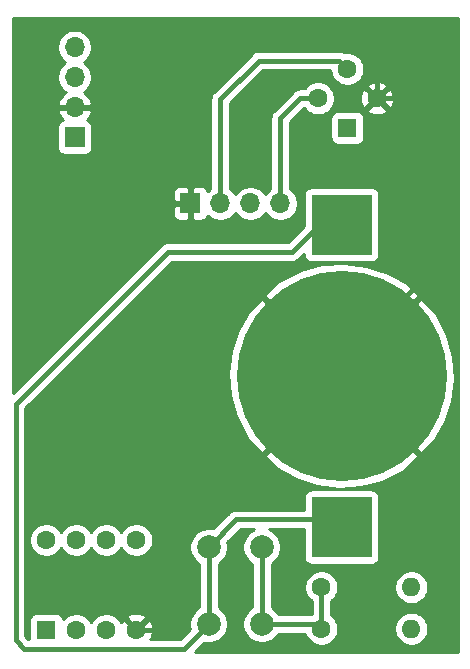
<source format=gbr>
G04 #@! TF.GenerationSoftware,KiCad,Pcbnew,(5.1.9)-1*
G04 #@! TF.CreationDate,2024-02-11T16:08:01+01:00*
G04 #@! TF.ProjectId,tiny_dt_0,74696e79-5f64-4745-9f30-2e6b69636164,rev?*
G04 #@! TF.SameCoordinates,Original*
G04 #@! TF.FileFunction,Copper,L2,Bot*
G04 #@! TF.FilePolarity,Positive*
%FSLAX46Y46*%
G04 Gerber Fmt 4.6, Leading zero omitted, Abs format (unit mm)*
G04 Created by KiCad (PCBNEW (5.1.9)-1) date 2024-02-11 16:08:01*
%MOMM*%
%LPD*%
G01*
G04 APERTURE LIST*
G04 #@! TA.AperFunction,ComponentPad*
%ADD10C,2.000000*%
G04 #@! TD*
G04 #@! TA.AperFunction,ComponentPad*
%ADD11C,1.600000*%
G04 #@! TD*
G04 #@! TA.AperFunction,ComponentPad*
%ADD12R,1.600000X1.600000*%
G04 #@! TD*
G04 #@! TA.AperFunction,ComponentPad*
%ADD13O,1.600000X1.600000*%
G04 #@! TD*
G04 #@! TA.AperFunction,ComponentPad*
%ADD14O,1.700000X1.700000*%
G04 #@! TD*
G04 #@! TA.AperFunction,ComponentPad*
%ADD15R,1.700000X1.700000*%
G04 #@! TD*
G04 #@! TA.AperFunction,SMDPad,CuDef*
%ADD16R,5.100000X5.100000*%
G04 #@! TD*
G04 #@! TA.AperFunction,SMDPad,CuDef*
%ADD17C,17.800000*%
G04 #@! TD*
G04 #@! TA.AperFunction,Conductor*
%ADD18C,0.406400*%
G04 #@! TD*
G04 #@! TA.AperFunction,Conductor*
%ADD19C,0.254000*%
G04 #@! TD*
G04 #@! TA.AperFunction,Conductor*
%ADD20C,0.100000*%
G04 #@! TD*
G04 APERTURE END LIST*
D10*
X200250000Y-99500000D03*
X204750000Y-99500000D03*
X200250000Y-106000000D03*
X204750000Y-106000000D03*
D11*
X214500000Y-61500000D03*
X212000000Y-59000000D03*
X209500000Y-61500000D03*
D12*
X212000000Y-64000000D03*
D11*
X186500000Y-98880000D03*
X189040000Y-98880000D03*
X191580000Y-98880000D03*
X194120000Y-98880000D03*
X194120000Y-106500000D03*
X191580000Y-106500000D03*
X189040000Y-106500000D03*
D12*
X186500000Y-106500000D03*
D13*
X217420000Y-102900000D03*
D11*
X209800000Y-102900000D03*
D13*
X217420000Y-106400000D03*
D11*
X209800000Y-106400000D03*
D14*
X188900000Y-57180000D03*
X188900000Y-59720000D03*
X188900000Y-62260000D03*
D15*
X188900000Y-64800000D03*
D14*
X206320000Y-70400000D03*
X203780000Y-70400000D03*
X201240000Y-70400000D03*
D15*
X198700000Y-70400000D03*
D16*
X211500000Y-72200000D03*
X211500000Y-97800000D03*
D17*
X211500000Y-85000000D03*
D18*
X211500000Y-85000000D02*
X201000000Y-95500000D01*
X201000000Y-95500000D02*
X197800000Y-95500000D01*
X197800000Y-95500000D02*
X197000000Y-96300000D01*
X197000000Y-96300000D02*
X197000000Y-105100000D01*
X195600000Y-106500000D02*
X194120000Y-106500000D01*
X197000000Y-105100000D02*
X195600000Y-106500000D01*
X211500000Y-85000000D02*
X211500000Y-83700000D01*
X211500000Y-83700000D02*
X218800000Y-76400000D01*
X218800000Y-76400000D02*
X218800000Y-64400000D01*
X215900000Y-61500000D02*
X214500000Y-61500000D01*
X218800000Y-64400000D02*
X215900000Y-61500000D01*
X214500000Y-61500000D02*
X214500000Y-57100000D01*
X214500000Y-57100000D02*
X213400000Y-56000000D01*
X213400000Y-56000000D02*
X199600000Y-56000000D01*
X199600000Y-56000000D02*
X193340000Y-62260000D01*
X198700000Y-70400000D02*
X196900000Y-70400000D01*
X193160000Y-66660000D02*
X193160000Y-62260000D01*
X196900000Y-70400000D02*
X193160000Y-66660000D01*
X193160000Y-62260000D02*
X188900000Y-62260000D01*
X193340000Y-62260000D02*
X193160000Y-62260000D01*
X204750000Y-99500000D02*
X204750000Y-106000000D01*
X209400000Y-106000000D02*
X209800000Y-106400000D01*
X204750000Y-106000000D02*
X209400000Y-106000000D01*
X209800000Y-102900000D02*
X209800000Y-106400000D01*
X201240000Y-70400000D02*
X201240000Y-61560000D01*
X201240000Y-61560000D02*
X204500000Y-58300000D01*
X211300000Y-58300000D02*
X212000000Y-59000000D01*
X204500000Y-58300000D02*
X211300000Y-58300000D01*
X209500000Y-61500000D02*
X208000000Y-61500000D01*
X206320000Y-63180000D02*
X206320000Y-70400000D01*
X208000000Y-61500000D02*
X206320000Y-63180000D01*
X200250000Y-106000000D02*
X200250000Y-99500000D01*
X200250000Y-99500000D02*
X202600000Y-97150000D01*
X210850000Y-97150000D02*
X211500000Y-97800000D01*
X202600000Y-97150000D02*
X210850000Y-97150000D01*
X211500000Y-72200000D02*
X210300000Y-72200000D01*
X211500000Y-72200000D02*
X209600000Y-72200000D01*
X209600000Y-72200000D02*
X207300000Y-74500000D01*
X207300000Y-74500000D02*
X196800000Y-74500000D01*
X196800000Y-74500000D02*
X183900000Y-87400000D01*
X183900000Y-87400000D02*
X183900000Y-107400000D01*
X183900000Y-107400000D02*
X184600000Y-108100000D01*
X198150000Y-108100000D02*
X200250000Y-106000000D01*
X184600000Y-108100000D02*
X198150000Y-108100000D01*
D19*
X221340001Y-108340000D02*
X199095393Y-108340000D01*
X199848271Y-107587123D01*
X200088967Y-107635000D01*
X200411033Y-107635000D01*
X200726912Y-107572168D01*
X201024463Y-107448918D01*
X201292252Y-107269987D01*
X201519987Y-107042252D01*
X201698918Y-106774463D01*
X201822168Y-106476912D01*
X201885000Y-106161033D01*
X201885000Y-105838967D01*
X201822168Y-105523088D01*
X201698918Y-105225537D01*
X201519987Y-104957748D01*
X201292252Y-104730013D01*
X201088200Y-104593670D01*
X201088200Y-100906330D01*
X201292252Y-100769987D01*
X201519987Y-100542252D01*
X201698918Y-100274463D01*
X201822168Y-99976912D01*
X201885000Y-99661033D01*
X201885000Y-99338967D01*
X201837123Y-99098271D01*
X202947194Y-97988200D01*
X204127347Y-97988200D01*
X203975537Y-98051082D01*
X203707748Y-98230013D01*
X203480013Y-98457748D01*
X203301082Y-98725537D01*
X203177832Y-99023088D01*
X203115000Y-99338967D01*
X203115000Y-99661033D01*
X203177832Y-99976912D01*
X203301082Y-100274463D01*
X203480013Y-100542252D01*
X203707748Y-100769987D01*
X203911800Y-100906330D01*
X203911801Y-104593669D01*
X203707748Y-104730013D01*
X203480013Y-104957748D01*
X203301082Y-105225537D01*
X203177832Y-105523088D01*
X203115000Y-105838967D01*
X203115000Y-106161033D01*
X203177832Y-106476912D01*
X203301082Y-106774463D01*
X203480013Y-107042252D01*
X203707748Y-107269987D01*
X203975537Y-107448918D01*
X204273088Y-107572168D01*
X204588967Y-107635000D01*
X204911033Y-107635000D01*
X205226912Y-107572168D01*
X205524463Y-107448918D01*
X205792252Y-107269987D01*
X206019987Y-107042252D01*
X206156330Y-106838200D01*
X208428276Y-106838200D01*
X208528320Y-107079727D01*
X208685363Y-107314759D01*
X208885241Y-107514637D01*
X209120273Y-107671680D01*
X209381426Y-107779853D01*
X209658665Y-107835000D01*
X209941335Y-107835000D01*
X210218574Y-107779853D01*
X210479727Y-107671680D01*
X210714759Y-107514637D01*
X210914637Y-107314759D01*
X211071680Y-107079727D01*
X211179853Y-106818574D01*
X211235000Y-106541335D01*
X211235000Y-106258665D01*
X215985000Y-106258665D01*
X215985000Y-106541335D01*
X216040147Y-106818574D01*
X216148320Y-107079727D01*
X216305363Y-107314759D01*
X216505241Y-107514637D01*
X216740273Y-107671680D01*
X217001426Y-107779853D01*
X217278665Y-107835000D01*
X217561335Y-107835000D01*
X217838574Y-107779853D01*
X218099727Y-107671680D01*
X218334759Y-107514637D01*
X218534637Y-107314759D01*
X218691680Y-107079727D01*
X218799853Y-106818574D01*
X218855000Y-106541335D01*
X218855000Y-106258665D01*
X218799853Y-105981426D01*
X218691680Y-105720273D01*
X218534637Y-105485241D01*
X218334759Y-105285363D01*
X218099727Y-105128320D01*
X217838574Y-105020147D01*
X217561335Y-104965000D01*
X217278665Y-104965000D01*
X217001426Y-105020147D01*
X216740273Y-105128320D01*
X216505241Y-105285363D01*
X216305363Y-105485241D01*
X216148320Y-105720273D01*
X216040147Y-105981426D01*
X215985000Y-106258665D01*
X211235000Y-106258665D01*
X211179853Y-105981426D01*
X211071680Y-105720273D01*
X210914637Y-105485241D01*
X210714759Y-105285363D01*
X210638200Y-105234208D01*
X210638200Y-104065792D01*
X210714759Y-104014637D01*
X210914637Y-103814759D01*
X211071680Y-103579727D01*
X211179853Y-103318574D01*
X211235000Y-103041335D01*
X211235000Y-102758665D01*
X215985000Y-102758665D01*
X215985000Y-103041335D01*
X216040147Y-103318574D01*
X216148320Y-103579727D01*
X216305363Y-103814759D01*
X216505241Y-104014637D01*
X216740273Y-104171680D01*
X217001426Y-104279853D01*
X217278665Y-104335000D01*
X217561335Y-104335000D01*
X217838574Y-104279853D01*
X218099727Y-104171680D01*
X218334759Y-104014637D01*
X218534637Y-103814759D01*
X218691680Y-103579727D01*
X218799853Y-103318574D01*
X218855000Y-103041335D01*
X218855000Y-102758665D01*
X218799853Y-102481426D01*
X218691680Y-102220273D01*
X218534637Y-101985241D01*
X218334759Y-101785363D01*
X218099727Y-101628320D01*
X217838574Y-101520147D01*
X217561335Y-101465000D01*
X217278665Y-101465000D01*
X217001426Y-101520147D01*
X216740273Y-101628320D01*
X216505241Y-101785363D01*
X216305363Y-101985241D01*
X216148320Y-102220273D01*
X216040147Y-102481426D01*
X215985000Y-102758665D01*
X211235000Y-102758665D01*
X211179853Y-102481426D01*
X211071680Y-102220273D01*
X210914637Y-101985241D01*
X210714759Y-101785363D01*
X210479727Y-101628320D01*
X210218574Y-101520147D01*
X209941335Y-101465000D01*
X209658665Y-101465000D01*
X209381426Y-101520147D01*
X209120273Y-101628320D01*
X208885241Y-101785363D01*
X208685363Y-101985241D01*
X208528320Y-102220273D01*
X208420147Y-102481426D01*
X208365000Y-102758665D01*
X208365000Y-103041335D01*
X208420147Y-103318574D01*
X208528320Y-103579727D01*
X208685363Y-103814759D01*
X208885241Y-104014637D01*
X208961800Y-104065792D01*
X208961801Y-105161800D01*
X206156330Y-105161800D01*
X206019987Y-104957748D01*
X205792252Y-104730013D01*
X205588200Y-104593670D01*
X205588200Y-100906330D01*
X205792252Y-100769987D01*
X206019987Y-100542252D01*
X206198918Y-100274463D01*
X206322168Y-99976912D01*
X206385000Y-99661033D01*
X206385000Y-99338967D01*
X206322168Y-99023088D01*
X206198918Y-98725537D01*
X206019987Y-98457748D01*
X205792252Y-98230013D01*
X205524463Y-98051082D01*
X205372653Y-97988200D01*
X208311928Y-97988200D01*
X208311928Y-100350000D01*
X208324188Y-100474482D01*
X208360498Y-100594180D01*
X208419463Y-100704494D01*
X208498815Y-100801185D01*
X208595506Y-100880537D01*
X208705820Y-100939502D01*
X208825518Y-100975812D01*
X208950000Y-100988072D01*
X214050000Y-100988072D01*
X214174482Y-100975812D01*
X214294180Y-100939502D01*
X214404494Y-100880537D01*
X214501185Y-100801185D01*
X214580537Y-100704494D01*
X214639502Y-100594180D01*
X214675812Y-100474482D01*
X214688072Y-100350000D01*
X214688072Y-95250000D01*
X214675812Y-95125518D01*
X214639502Y-95005820D01*
X214580537Y-94895506D01*
X214501185Y-94798815D01*
X214404494Y-94719463D01*
X214294180Y-94660498D01*
X214174482Y-94624188D01*
X214050000Y-94611928D01*
X208950000Y-94611928D01*
X208825518Y-94624188D01*
X208705820Y-94660498D01*
X208595506Y-94719463D01*
X208498815Y-94798815D01*
X208419463Y-94895506D01*
X208360498Y-95005820D01*
X208324188Y-95125518D01*
X208311928Y-95250000D01*
X208311928Y-96311800D01*
X202641163Y-96311800D01*
X202600000Y-96307746D01*
X202558837Y-96311800D01*
X202558830Y-96311800D01*
X202435684Y-96323929D01*
X202277683Y-96371858D01*
X202132068Y-96449691D01*
X202004436Y-96554436D01*
X201978194Y-96586412D01*
X200651729Y-97912877D01*
X200411033Y-97865000D01*
X200088967Y-97865000D01*
X199773088Y-97927832D01*
X199475537Y-98051082D01*
X199207748Y-98230013D01*
X198980013Y-98457748D01*
X198801082Y-98725537D01*
X198677832Y-99023088D01*
X198615000Y-99338967D01*
X198615000Y-99661033D01*
X198677832Y-99976912D01*
X198801082Y-100274463D01*
X198980013Y-100542252D01*
X199207748Y-100769987D01*
X199411801Y-100906331D01*
X199411800Y-104593670D01*
X199207748Y-104730013D01*
X198980013Y-104957748D01*
X198801082Y-105225537D01*
X198677832Y-105523088D01*
X198615000Y-105838967D01*
X198615000Y-106161033D01*
X198662877Y-106401729D01*
X197802807Y-107261800D01*
X195287532Y-107261800D01*
X195356671Y-107241514D01*
X195477571Y-106986004D01*
X195546300Y-106711816D01*
X195560217Y-106429488D01*
X195518787Y-106149870D01*
X195423603Y-105883708D01*
X195356671Y-105758486D01*
X195112702Y-105686903D01*
X194299605Y-106500000D01*
X194313748Y-106514143D01*
X194134143Y-106693748D01*
X194120000Y-106679605D01*
X194105858Y-106693748D01*
X193926253Y-106514143D01*
X193940395Y-106500000D01*
X193127298Y-105686903D01*
X192883329Y-105758486D01*
X192852806Y-105822992D01*
X192851680Y-105820273D01*
X192694637Y-105585241D01*
X192616694Y-105507298D01*
X193306903Y-105507298D01*
X194120000Y-106320395D01*
X194933097Y-105507298D01*
X194861514Y-105263329D01*
X194606004Y-105142429D01*
X194331816Y-105073700D01*
X194049488Y-105059783D01*
X193769870Y-105101213D01*
X193503708Y-105196397D01*
X193378486Y-105263329D01*
X193306903Y-105507298D01*
X192616694Y-105507298D01*
X192494759Y-105385363D01*
X192259727Y-105228320D01*
X191998574Y-105120147D01*
X191721335Y-105065000D01*
X191438665Y-105065000D01*
X191161426Y-105120147D01*
X190900273Y-105228320D01*
X190665241Y-105385363D01*
X190465363Y-105585241D01*
X190310000Y-105817759D01*
X190154637Y-105585241D01*
X189954759Y-105385363D01*
X189719727Y-105228320D01*
X189458574Y-105120147D01*
X189181335Y-105065000D01*
X188898665Y-105065000D01*
X188621426Y-105120147D01*
X188360273Y-105228320D01*
X188125241Y-105385363D01*
X187926643Y-105583961D01*
X187925812Y-105575518D01*
X187889502Y-105455820D01*
X187830537Y-105345506D01*
X187751185Y-105248815D01*
X187654494Y-105169463D01*
X187544180Y-105110498D01*
X187424482Y-105074188D01*
X187300000Y-105061928D01*
X185700000Y-105061928D01*
X185575518Y-105074188D01*
X185455820Y-105110498D01*
X185345506Y-105169463D01*
X185248815Y-105248815D01*
X185169463Y-105345506D01*
X185110498Y-105455820D01*
X185074188Y-105575518D01*
X185061928Y-105700000D01*
X185061928Y-107261800D01*
X184947194Y-107261800D01*
X184738200Y-107052807D01*
X184738200Y-98738665D01*
X185065000Y-98738665D01*
X185065000Y-99021335D01*
X185120147Y-99298574D01*
X185228320Y-99559727D01*
X185385363Y-99794759D01*
X185585241Y-99994637D01*
X185820273Y-100151680D01*
X186081426Y-100259853D01*
X186358665Y-100315000D01*
X186641335Y-100315000D01*
X186918574Y-100259853D01*
X187179727Y-100151680D01*
X187414759Y-99994637D01*
X187614637Y-99794759D01*
X187770000Y-99562241D01*
X187925363Y-99794759D01*
X188125241Y-99994637D01*
X188360273Y-100151680D01*
X188621426Y-100259853D01*
X188898665Y-100315000D01*
X189181335Y-100315000D01*
X189458574Y-100259853D01*
X189719727Y-100151680D01*
X189954759Y-99994637D01*
X190154637Y-99794759D01*
X190310000Y-99562241D01*
X190465363Y-99794759D01*
X190665241Y-99994637D01*
X190900273Y-100151680D01*
X191161426Y-100259853D01*
X191438665Y-100315000D01*
X191721335Y-100315000D01*
X191998574Y-100259853D01*
X192259727Y-100151680D01*
X192494759Y-99994637D01*
X192694637Y-99794759D01*
X192850000Y-99562241D01*
X193005363Y-99794759D01*
X193205241Y-99994637D01*
X193440273Y-100151680D01*
X193701426Y-100259853D01*
X193978665Y-100315000D01*
X194261335Y-100315000D01*
X194538574Y-100259853D01*
X194799727Y-100151680D01*
X195034759Y-99994637D01*
X195234637Y-99794759D01*
X195391680Y-99559727D01*
X195499853Y-99298574D01*
X195555000Y-99021335D01*
X195555000Y-98738665D01*
X195499853Y-98461426D01*
X195391680Y-98200273D01*
X195234637Y-97965241D01*
X195034759Y-97765363D01*
X194799727Y-97608320D01*
X194538574Y-97500147D01*
X194261335Y-97445000D01*
X193978665Y-97445000D01*
X193701426Y-97500147D01*
X193440273Y-97608320D01*
X193205241Y-97765363D01*
X193005363Y-97965241D01*
X192850000Y-98197759D01*
X192694637Y-97965241D01*
X192494759Y-97765363D01*
X192259727Y-97608320D01*
X191998574Y-97500147D01*
X191721335Y-97445000D01*
X191438665Y-97445000D01*
X191161426Y-97500147D01*
X190900273Y-97608320D01*
X190665241Y-97765363D01*
X190465363Y-97965241D01*
X190310000Y-98197759D01*
X190154637Y-97965241D01*
X189954759Y-97765363D01*
X189719727Y-97608320D01*
X189458574Y-97500147D01*
X189181335Y-97445000D01*
X188898665Y-97445000D01*
X188621426Y-97500147D01*
X188360273Y-97608320D01*
X188125241Y-97765363D01*
X187925363Y-97965241D01*
X187770000Y-98197759D01*
X187614637Y-97965241D01*
X187414759Y-97765363D01*
X187179727Y-97608320D01*
X186918574Y-97500147D01*
X186641335Y-97445000D01*
X186358665Y-97445000D01*
X186081426Y-97500147D01*
X185820273Y-97608320D01*
X185585241Y-97765363D01*
X185385363Y-97965241D01*
X185228320Y-98200273D01*
X185120147Y-98461426D01*
X185065000Y-98738665D01*
X184738200Y-98738665D01*
X184738200Y-91751830D01*
X204927775Y-91751830D01*
X205971590Y-92825270D01*
X207604451Y-93753449D01*
X209387016Y-94345238D01*
X211250782Y-94577894D01*
X213124125Y-94442478D01*
X214935054Y-93944192D01*
X216613976Y-93102186D01*
X217028410Y-92825270D01*
X218072225Y-91751830D01*
X211500000Y-85179605D01*
X204927775Y-91751830D01*
X184738200Y-91751830D01*
X184738200Y-87747193D01*
X187734611Y-84750782D01*
X201922106Y-84750782D01*
X202057522Y-86624125D01*
X202555808Y-88435054D01*
X203397814Y-90113976D01*
X203674730Y-90528410D01*
X204748170Y-91572225D01*
X211320395Y-85000000D01*
X211679605Y-85000000D01*
X218251830Y-91572225D01*
X219325270Y-90528410D01*
X220253449Y-88895549D01*
X220845238Y-87112984D01*
X221077894Y-85249218D01*
X220942478Y-83375875D01*
X220444192Y-81564946D01*
X219602186Y-79886024D01*
X219325270Y-79471590D01*
X218251830Y-78427775D01*
X211679605Y-85000000D01*
X211320395Y-85000000D01*
X204748170Y-78427775D01*
X203674730Y-79471590D01*
X202746551Y-81104451D01*
X202154762Y-82887016D01*
X201922106Y-84750782D01*
X187734611Y-84750782D01*
X194237223Y-78248170D01*
X204927775Y-78248170D01*
X211500000Y-84820395D01*
X218072225Y-78248170D01*
X217028410Y-77174730D01*
X215395549Y-76246551D01*
X213612984Y-75654762D01*
X211749218Y-75422106D01*
X209875875Y-75557522D01*
X208064946Y-76055808D01*
X206386024Y-76897814D01*
X205971590Y-77174730D01*
X204927775Y-78248170D01*
X194237223Y-78248170D01*
X197147194Y-75338200D01*
X207258837Y-75338200D01*
X207300000Y-75342254D01*
X207341163Y-75338200D01*
X207341170Y-75338200D01*
X207464316Y-75326071D01*
X207622317Y-75278142D01*
X207767932Y-75200309D01*
X207895564Y-75095564D01*
X207921811Y-75063582D01*
X208311928Y-74673465D01*
X208311928Y-74750000D01*
X208324188Y-74874482D01*
X208360498Y-74994180D01*
X208419463Y-75104494D01*
X208498815Y-75201185D01*
X208595506Y-75280537D01*
X208705820Y-75339502D01*
X208825518Y-75375812D01*
X208950000Y-75388072D01*
X214050000Y-75388072D01*
X214174482Y-75375812D01*
X214294180Y-75339502D01*
X214404494Y-75280537D01*
X214501185Y-75201185D01*
X214580537Y-75104494D01*
X214639502Y-74994180D01*
X214675812Y-74874482D01*
X214688072Y-74750000D01*
X214688072Y-69650000D01*
X214675812Y-69525518D01*
X214639502Y-69405820D01*
X214580537Y-69295506D01*
X214501185Y-69198815D01*
X214404494Y-69119463D01*
X214294180Y-69060498D01*
X214174482Y-69024188D01*
X214050000Y-69011928D01*
X208950000Y-69011928D01*
X208825518Y-69024188D01*
X208705820Y-69060498D01*
X208595506Y-69119463D01*
X208498815Y-69198815D01*
X208419463Y-69295506D01*
X208360498Y-69405820D01*
X208324188Y-69525518D01*
X208311928Y-69650000D01*
X208311928Y-72302678D01*
X206952807Y-73661800D01*
X196841163Y-73661800D01*
X196800000Y-73657746D01*
X196758837Y-73661800D01*
X196758830Y-73661800D01*
X196635684Y-73673929D01*
X196477683Y-73721858D01*
X196332068Y-73799691D01*
X196204436Y-73904436D01*
X196178194Y-73936412D01*
X183660000Y-86454607D01*
X183660000Y-71250000D01*
X197211928Y-71250000D01*
X197224188Y-71374482D01*
X197260498Y-71494180D01*
X197319463Y-71604494D01*
X197398815Y-71701185D01*
X197495506Y-71780537D01*
X197605820Y-71839502D01*
X197725518Y-71875812D01*
X197850000Y-71888072D01*
X198414250Y-71885000D01*
X198573000Y-71726250D01*
X198573000Y-70527000D01*
X197373750Y-70527000D01*
X197215000Y-70685750D01*
X197211928Y-71250000D01*
X183660000Y-71250000D01*
X183660000Y-69550000D01*
X197211928Y-69550000D01*
X197215000Y-70114250D01*
X197373750Y-70273000D01*
X198573000Y-70273000D01*
X198573000Y-69073750D01*
X198827000Y-69073750D01*
X198827000Y-70273000D01*
X198847000Y-70273000D01*
X198847000Y-70527000D01*
X198827000Y-70527000D01*
X198827000Y-71726250D01*
X198985750Y-71885000D01*
X199550000Y-71888072D01*
X199674482Y-71875812D01*
X199794180Y-71839502D01*
X199904494Y-71780537D01*
X200001185Y-71701185D01*
X200080537Y-71604494D01*
X200139502Y-71494180D01*
X200161513Y-71421620D01*
X200293368Y-71553475D01*
X200536589Y-71715990D01*
X200806842Y-71827932D01*
X201093740Y-71885000D01*
X201386260Y-71885000D01*
X201673158Y-71827932D01*
X201943411Y-71715990D01*
X202186632Y-71553475D01*
X202393475Y-71346632D01*
X202510000Y-71172240D01*
X202626525Y-71346632D01*
X202833368Y-71553475D01*
X203076589Y-71715990D01*
X203346842Y-71827932D01*
X203633740Y-71885000D01*
X203926260Y-71885000D01*
X204213158Y-71827932D01*
X204483411Y-71715990D01*
X204726632Y-71553475D01*
X204933475Y-71346632D01*
X205050000Y-71172240D01*
X205166525Y-71346632D01*
X205373368Y-71553475D01*
X205616589Y-71715990D01*
X205886842Y-71827932D01*
X206173740Y-71885000D01*
X206466260Y-71885000D01*
X206753158Y-71827932D01*
X207023411Y-71715990D01*
X207266632Y-71553475D01*
X207473475Y-71346632D01*
X207635990Y-71103411D01*
X207747932Y-70833158D01*
X207805000Y-70546260D01*
X207805000Y-70253740D01*
X207747932Y-69966842D01*
X207635990Y-69696589D01*
X207473475Y-69453368D01*
X207266632Y-69246525D01*
X207158200Y-69174073D01*
X207158200Y-63527193D01*
X207485393Y-63200000D01*
X210561928Y-63200000D01*
X210561928Y-64800000D01*
X210574188Y-64924482D01*
X210610498Y-65044180D01*
X210669463Y-65154494D01*
X210748815Y-65251185D01*
X210845506Y-65330537D01*
X210955820Y-65389502D01*
X211075518Y-65425812D01*
X211200000Y-65438072D01*
X212800000Y-65438072D01*
X212924482Y-65425812D01*
X213044180Y-65389502D01*
X213154494Y-65330537D01*
X213251185Y-65251185D01*
X213330537Y-65154494D01*
X213389502Y-65044180D01*
X213425812Y-64924482D01*
X213438072Y-64800000D01*
X213438072Y-63200000D01*
X213425812Y-63075518D01*
X213389502Y-62955820D01*
X213330537Y-62845506D01*
X213251185Y-62748815D01*
X213154494Y-62669463D01*
X213044180Y-62610498D01*
X212924482Y-62574188D01*
X212800000Y-62561928D01*
X211200000Y-62561928D01*
X211075518Y-62574188D01*
X210955820Y-62610498D01*
X210845506Y-62669463D01*
X210748815Y-62748815D01*
X210669463Y-62845506D01*
X210610498Y-62955820D01*
X210574188Y-63075518D01*
X210561928Y-63200000D01*
X207485393Y-63200000D01*
X208339409Y-62345984D01*
X208385363Y-62414759D01*
X208585241Y-62614637D01*
X208820273Y-62771680D01*
X209081426Y-62879853D01*
X209358665Y-62935000D01*
X209641335Y-62935000D01*
X209918574Y-62879853D01*
X210179727Y-62771680D01*
X210414759Y-62614637D01*
X210536694Y-62492702D01*
X213686903Y-62492702D01*
X213758486Y-62736671D01*
X214013996Y-62857571D01*
X214288184Y-62926300D01*
X214570512Y-62940217D01*
X214850130Y-62898787D01*
X215116292Y-62803603D01*
X215241514Y-62736671D01*
X215313097Y-62492702D01*
X214500000Y-61679605D01*
X213686903Y-62492702D01*
X210536694Y-62492702D01*
X210614637Y-62414759D01*
X210771680Y-62179727D01*
X210879853Y-61918574D01*
X210935000Y-61641335D01*
X210935000Y-61570512D01*
X213059783Y-61570512D01*
X213101213Y-61850130D01*
X213196397Y-62116292D01*
X213263329Y-62241514D01*
X213507298Y-62313097D01*
X214320395Y-61500000D01*
X214679605Y-61500000D01*
X215492702Y-62313097D01*
X215736671Y-62241514D01*
X215857571Y-61986004D01*
X215926300Y-61711816D01*
X215940217Y-61429488D01*
X215898787Y-61149870D01*
X215803603Y-60883708D01*
X215736671Y-60758486D01*
X215492702Y-60686903D01*
X214679605Y-61500000D01*
X214320395Y-61500000D01*
X213507298Y-60686903D01*
X213263329Y-60758486D01*
X213142429Y-61013996D01*
X213073700Y-61288184D01*
X213059783Y-61570512D01*
X210935000Y-61570512D01*
X210935000Y-61358665D01*
X210879853Y-61081426D01*
X210771680Y-60820273D01*
X210614637Y-60585241D01*
X210536694Y-60507298D01*
X213686903Y-60507298D01*
X214500000Y-61320395D01*
X215313097Y-60507298D01*
X215241514Y-60263329D01*
X214986004Y-60142429D01*
X214711816Y-60073700D01*
X214429488Y-60059783D01*
X214149870Y-60101213D01*
X213883708Y-60196397D01*
X213758486Y-60263329D01*
X213686903Y-60507298D01*
X210536694Y-60507298D01*
X210414759Y-60385363D01*
X210179727Y-60228320D01*
X209918574Y-60120147D01*
X209641335Y-60065000D01*
X209358665Y-60065000D01*
X209081426Y-60120147D01*
X208820273Y-60228320D01*
X208585241Y-60385363D01*
X208385363Y-60585241D01*
X208334208Y-60661800D01*
X208041163Y-60661800D01*
X208000000Y-60657746D01*
X207958837Y-60661800D01*
X207958830Y-60661800D01*
X207835684Y-60673929D01*
X207677683Y-60721858D01*
X207532068Y-60799691D01*
X207404436Y-60904436D01*
X207378194Y-60936413D01*
X205756418Y-62558189D01*
X205724436Y-62584436D01*
X205619691Y-62712069D01*
X205541858Y-62857684D01*
X205493929Y-63015685D01*
X205481800Y-63138831D01*
X205481800Y-63138837D01*
X205477746Y-63180000D01*
X205481800Y-63221163D01*
X205481801Y-69174073D01*
X205373368Y-69246525D01*
X205166525Y-69453368D01*
X205050000Y-69627760D01*
X204933475Y-69453368D01*
X204726632Y-69246525D01*
X204483411Y-69084010D01*
X204213158Y-68972068D01*
X203926260Y-68915000D01*
X203633740Y-68915000D01*
X203346842Y-68972068D01*
X203076589Y-69084010D01*
X202833368Y-69246525D01*
X202626525Y-69453368D01*
X202510000Y-69627760D01*
X202393475Y-69453368D01*
X202186632Y-69246525D01*
X202078200Y-69174073D01*
X202078200Y-61907193D01*
X204847194Y-59138200D01*
X210565000Y-59138200D01*
X210565000Y-59141335D01*
X210620147Y-59418574D01*
X210728320Y-59679727D01*
X210885363Y-59914759D01*
X211085241Y-60114637D01*
X211320273Y-60271680D01*
X211581426Y-60379853D01*
X211858665Y-60435000D01*
X212141335Y-60435000D01*
X212418574Y-60379853D01*
X212679727Y-60271680D01*
X212914759Y-60114637D01*
X213114637Y-59914759D01*
X213271680Y-59679727D01*
X213379853Y-59418574D01*
X213435000Y-59141335D01*
X213435000Y-58858665D01*
X213379853Y-58581426D01*
X213271680Y-58320273D01*
X213114637Y-58085241D01*
X212914759Y-57885363D01*
X212679727Y-57728320D01*
X212418574Y-57620147D01*
X212141335Y-57565000D01*
X211858665Y-57565000D01*
X211745240Y-57587562D01*
X211622317Y-57521858D01*
X211464316Y-57473929D01*
X211341170Y-57461800D01*
X211341163Y-57461800D01*
X211300000Y-57457746D01*
X211258837Y-57461800D01*
X204541159Y-57461800D01*
X204499999Y-57457746D01*
X204458839Y-57461800D01*
X204458830Y-57461800D01*
X204335684Y-57473929D01*
X204177683Y-57521858D01*
X204032068Y-57599691D01*
X203904436Y-57704436D01*
X203878194Y-57736412D01*
X200676413Y-60938194D01*
X200644437Y-60964436D01*
X200618195Y-60996412D01*
X200618192Y-60996415D01*
X200539691Y-61092069D01*
X200461858Y-61237684D01*
X200413929Y-61395685D01*
X200397746Y-61560000D01*
X200401801Y-61601173D01*
X200401800Y-69174073D01*
X200293368Y-69246525D01*
X200161513Y-69378380D01*
X200139502Y-69305820D01*
X200080537Y-69195506D01*
X200001185Y-69098815D01*
X199904494Y-69019463D01*
X199794180Y-68960498D01*
X199674482Y-68924188D01*
X199550000Y-68911928D01*
X198985750Y-68915000D01*
X198827000Y-69073750D01*
X198573000Y-69073750D01*
X198414250Y-68915000D01*
X197850000Y-68911928D01*
X197725518Y-68924188D01*
X197605820Y-68960498D01*
X197495506Y-69019463D01*
X197398815Y-69098815D01*
X197319463Y-69195506D01*
X197260498Y-69305820D01*
X197224188Y-69425518D01*
X197211928Y-69550000D01*
X183660000Y-69550000D01*
X183660000Y-63950000D01*
X187411928Y-63950000D01*
X187411928Y-65650000D01*
X187424188Y-65774482D01*
X187460498Y-65894180D01*
X187519463Y-66004494D01*
X187598815Y-66101185D01*
X187695506Y-66180537D01*
X187805820Y-66239502D01*
X187925518Y-66275812D01*
X188050000Y-66288072D01*
X189750000Y-66288072D01*
X189874482Y-66275812D01*
X189994180Y-66239502D01*
X190104494Y-66180537D01*
X190201185Y-66101185D01*
X190280537Y-66004494D01*
X190339502Y-65894180D01*
X190375812Y-65774482D01*
X190388072Y-65650000D01*
X190388072Y-63950000D01*
X190375812Y-63825518D01*
X190339502Y-63705820D01*
X190280537Y-63595506D01*
X190201185Y-63498815D01*
X190104494Y-63419463D01*
X189994180Y-63360498D01*
X189913534Y-63336034D01*
X189997588Y-63260269D01*
X190171641Y-63026920D01*
X190296825Y-62764099D01*
X190341476Y-62616890D01*
X190220155Y-62387000D01*
X189027000Y-62387000D01*
X189027000Y-62407000D01*
X188773000Y-62407000D01*
X188773000Y-62387000D01*
X187579845Y-62387000D01*
X187458524Y-62616890D01*
X187503175Y-62764099D01*
X187628359Y-63026920D01*
X187802412Y-63260269D01*
X187886466Y-63336034D01*
X187805820Y-63360498D01*
X187695506Y-63419463D01*
X187598815Y-63498815D01*
X187519463Y-63595506D01*
X187460498Y-63705820D01*
X187424188Y-63825518D01*
X187411928Y-63950000D01*
X183660000Y-63950000D01*
X183660000Y-57033740D01*
X187415000Y-57033740D01*
X187415000Y-57326260D01*
X187472068Y-57613158D01*
X187584010Y-57883411D01*
X187746525Y-58126632D01*
X187953368Y-58333475D01*
X188127760Y-58450000D01*
X187953368Y-58566525D01*
X187746525Y-58773368D01*
X187584010Y-59016589D01*
X187472068Y-59286842D01*
X187415000Y-59573740D01*
X187415000Y-59866260D01*
X187472068Y-60153158D01*
X187584010Y-60423411D01*
X187746525Y-60666632D01*
X187953368Y-60873475D01*
X188135534Y-60995195D01*
X188018645Y-61064822D01*
X187802412Y-61259731D01*
X187628359Y-61493080D01*
X187503175Y-61755901D01*
X187458524Y-61903110D01*
X187579845Y-62133000D01*
X188773000Y-62133000D01*
X188773000Y-62113000D01*
X189027000Y-62113000D01*
X189027000Y-62133000D01*
X190220155Y-62133000D01*
X190341476Y-61903110D01*
X190296825Y-61755901D01*
X190171641Y-61493080D01*
X189997588Y-61259731D01*
X189781355Y-61064822D01*
X189664466Y-60995195D01*
X189846632Y-60873475D01*
X190053475Y-60666632D01*
X190215990Y-60423411D01*
X190327932Y-60153158D01*
X190385000Y-59866260D01*
X190385000Y-59573740D01*
X190327932Y-59286842D01*
X190215990Y-59016589D01*
X190053475Y-58773368D01*
X189846632Y-58566525D01*
X189672240Y-58450000D01*
X189846632Y-58333475D01*
X190053475Y-58126632D01*
X190215990Y-57883411D01*
X190327932Y-57613158D01*
X190385000Y-57326260D01*
X190385000Y-57033740D01*
X190327932Y-56746842D01*
X190215990Y-56476589D01*
X190053475Y-56233368D01*
X189846632Y-56026525D01*
X189603411Y-55864010D01*
X189333158Y-55752068D01*
X189046260Y-55695000D01*
X188753740Y-55695000D01*
X188466842Y-55752068D01*
X188196589Y-55864010D01*
X187953368Y-56026525D01*
X187746525Y-56233368D01*
X187584010Y-56476589D01*
X187472068Y-56746842D01*
X187415000Y-57033740D01*
X183660000Y-57033740D01*
X183660000Y-54660000D01*
X221340000Y-54660000D01*
X221340001Y-108340000D01*
G04 #@! TA.AperFunction,Conductor*
D20*
G36*
X221340001Y-108340000D02*
G01*
X199095393Y-108340000D01*
X199848271Y-107587123D01*
X200088967Y-107635000D01*
X200411033Y-107635000D01*
X200726912Y-107572168D01*
X201024463Y-107448918D01*
X201292252Y-107269987D01*
X201519987Y-107042252D01*
X201698918Y-106774463D01*
X201822168Y-106476912D01*
X201885000Y-106161033D01*
X201885000Y-105838967D01*
X201822168Y-105523088D01*
X201698918Y-105225537D01*
X201519987Y-104957748D01*
X201292252Y-104730013D01*
X201088200Y-104593670D01*
X201088200Y-100906330D01*
X201292252Y-100769987D01*
X201519987Y-100542252D01*
X201698918Y-100274463D01*
X201822168Y-99976912D01*
X201885000Y-99661033D01*
X201885000Y-99338967D01*
X201837123Y-99098271D01*
X202947194Y-97988200D01*
X204127347Y-97988200D01*
X203975537Y-98051082D01*
X203707748Y-98230013D01*
X203480013Y-98457748D01*
X203301082Y-98725537D01*
X203177832Y-99023088D01*
X203115000Y-99338967D01*
X203115000Y-99661033D01*
X203177832Y-99976912D01*
X203301082Y-100274463D01*
X203480013Y-100542252D01*
X203707748Y-100769987D01*
X203911800Y-100906330D01*
X203911801Y-104593669D01*
X203707748Y-104730013D01*
X203480013Y-104957748D01*
X203301082Y-105225537D01*
X203177832Y-105523088D01*
X203115000Y-105838967D01*
X203115000Y-106161033D01*
X203177832Y-106476912D01*
X203301082Y-106774463D01*
X203480013Y-107042252D01*
X203707748Y-107269987D01*
X203975537Y-107448918D01*
X204273088Y-107572168D01*
X204588967Y-107635000D01*
X204911033Y-107635000D01*
X205226912Y-107572168D01*
X205524463Y-107448918D01*
X205792252Y-107269987D01*
X206019987Y-107042252D01*
X206156330Y-106838200D01*
X208428276Y-106838200D01*
X208528320Y-107079727D01*
X208685363Y-107314759D01*
X208885241Y-107514637D01*
X209120273Y-107671680D01*
X209381426Y-107779853D01*
X209658665Y-107835000D01*
X209941335Y-107835000D01*
X210218574Y-107779853D01*
X210479727Y-107671680D01*
X210714759Y-107514637D01*
X210914637Y-107314759D01*
X211071680Y-107079727D01*
X211179853Y-106818574D01*
X211235000Y-106541335D01*
X211235000Y-106258665D01*
X215985000Y-106258665D01*
X215985000Y-106541335D01*
X216040147Y-106818574D01*
X216148320Y-107079727D01*
X216305363Y-107314759D01*
X216505241Y-107514637D01*
X216740273Y-107671680D01*
X217001426Y-107779853D01*
X217278665Y-107835000D01*
X217561335Y-107835000D01*
X217838574Y-107779853D01*
X218099727Y-107671680D01*
X218334759Y-107514637D01*
X218534637Y-107314759D01*
X218691680Y-107079727D01*
X218799853Y-106818574D01*
X218855000Y-106541335D01*
X218855000Y-106258665D01*
X218799853Y-105981426D01*
X218691680Y-105720273D01*
X218534637Y-105485241D01*
X218334759Y-105285363D01*
X218099727Y-105128320D01*
X217838574Y-105020147D01*
X217561335Y-104965000D01*
X217278665Y-104965000D01*
X217001426Y-105020147D01*
X216740273Y-105128320D01*
X216505241Y-105285363D01*
X216305363Y-105485241D01*
X216148320Y-105720273D01*
X216040147Y-105981426D01*
X215985000Y-106258665D01*
X211235000Y-106258665D01*
X211179853Y-105981426D01*
X211071680Y-105720273D01*
X210914637Y-105485241D01*
X210714759Y-105285363D01*
X210638200Y-105234208D01*
X210638200Y-104065792D01*
X210714759Y-104014637D01*
X210914637Y-103814759D01*
X211071680Y-103579727D01*
X211179853Y-103318574D01*
X211235000Y-103041335D01*
X211235000Y-102758665D01*
X215985000Y-102758665D01*
X215985000Y-103041335D01*
X216040147Y-103318574D01*
X216148320Y-103579727D01*
X216305363Y-103814759D01*
X216505241Y-104014637D01*
X216740273Y-104171680D01*
X217001426Y-104279853D01*
X217278665Y-104335000D01*
X217561335Y-104335000D01*
X217838574Y-104279853D01*
X218099727Y-104171680D01*
X218334759Y-104014637D01*
X218534637Y-103814759D01*
X218691680Y-103579727D01*
X218799853Y-103318574D01*
X218855000Y-103041335D01*
X218855000Y-102758665D01*
X218799853Y-102481426D01*
X218691680Y-102220273D01*
X218534637Y-101985241D01*
X218334759Y-101785363D01*
X218099727Y-101628320D01*
X217838574Y-101520147D01*
X217561335Y-101465000D01*
X217278665Y-101465000D01*
X217001426Y-101520147D01*
X216740273Y-101628320D01*
X216505241Y-101785363D01*
X216305363Y-101985241D01*
X216148320Y-102220273D01*
X216040147Y-102481426D01*
X215985000Y-102758665D01*
X211235000Y-102758665D01*
X211179853Y-102481426D01*
X211071680Y-102220273D01*
X210914637Y-101985241D01*
X210714759Y-101785363D01*
X210479727Y-101628320D01*
X210218574Y-101520147D01*
X209941335Y-101465000D01*
X209658665Y-101465000D01*
X209381426Y-101520147D01*
X209120273Y-101628320D01*
X208885241Y-101785363D01*
X208685363Y-101985241D01*
X208528320Y-102220273D01*
X208420147Y-102481426D01*
X208365000Y-102758665D01*
X208365000Y-103041335D01*
X208420147Y-103318574D01*
X208528320Y-103579727D01*
X208685363Y-103814759D01*
X208885241Y-104014637D01*
X208961800Y-104065792D01*
X208961801Y-105161800D01*
X206156330Y-105161800D01*
X206019987Y-104957748D01*
X205792252Y-104730013D01*
X205588200Y-104593670D01*
X205588200Y-100906330D01*
X205792252Y-100769987D01*
X206019987Y-100542252D01*
X206198918Y-100274463D01*
X206322168Y-99976912D01*
X206385000Y-99661033D01*
X206385000Y-99338967D01*
X206322168Y-99023088D01*
X206198918Y-98725537D01*
X206019987Y-98457748D01*
X205792252Y-98230013D01*
X205524463Y-98051082D01*
X205372653Y-97988200D01*
X208311928Y-97988200D01*
X208311928Y-100350000D01*
X208324188Y-100474482D01*
X208360498Y-100594180D01*
X208419463Y-100704494D01*
X208498815Y-100801185D01*
X208595506Y-100880537D01*
X208705820Y-100939502D01*
X208825518Y-100975812D01*
X208950000Y-100988072D01*
X214050000Y-100988072D01*
X214174482Y-100975812D01*
X214294180Y-100939502D01*
X214404494Y-100880537D01*
X214501185Y-100801185D01*
X214580537Y-100704494D01*
X214639502Y-100594180D01*
X214675812Y-100474482D01*
X214688072Y-100350000D01*
X214688072Y-95250000D01*
X214675812Y-95125518D01*
X214639502Y-95005820D01*
X214580537Y-94895506D01*
X214501185Y-94798815D01*
X214404494Y-94719463D01*
X214294180Y-94660498D01*
X214174482Y-94624188D01*
X214050000Y-94611928D01*
X208950000Y-94611928D01*
X208825518Y-94624188D01*
X208705820Y-94660498D01*
X208595506Y-94719463D01*
X208498815Y-94798815D01*
X208419463Y-94895506D01*
X208360498Y-95005820D01*
X208324188Y-95125518D01*
X208311928Y-95250000D01*
X208311928Y-96311800D01*
X202641163Y-96311800D01*
X202600000Y-96307746D01*
X202558837Y-96311800D01*
X202558830Y-96311800D01*
X202435684Y-96323929D01*
X202277683Y-96371858D01*
X202132068Y-96449691D01*
X202004436Y-96554436D01*
X201978194Y-96586412D01*
X200651729Y-97912877D01*
X200411033Y-97865000D01*
X200088967Y-97865000D01*
X199773088Y-97927832D01*
X199475537Y-98051082D01*
X199207748Y-98230013D01*
X198980013Y-98457748D01*
X198801082Y-98725537D01*
X198677832Y-99023088D01*
X198615000Y-99338967D01*
X198615000Y-99661033D01*
X198677832Y-99976912D01*
X198801082Y-100274463D01*
X198980013Y-100542252D01*
X199207748Y-100769987D01*
X199411801Y-100906331D01*
X199411800Y-104593670D01*
X199207748Y-104730013D01*
X198980013Y-104957748D01*
X198801082Y-105225537D01*
X198677832Y-105523088D01*
X198615000Y-105838967D01*
X198615000Y-106161033D01*
X198662877Y-106401729D01*
X197802807Y-107261800D01*
X195287532Y-107261800D01*
X195356671Y-107241514D01*
X195477571Y-106986004D01*
X195546300Y-106711816D01*
X195560217Y-106429488D01*
X195518787Y-106149870D01*
X195423603Y-105883708D01*
X195356671Y-105758486D01*
X195112702Y-105686903D01*
X194299605Y-106500000D01*
X194313748Y-106514143D01*
X194134143Y-106693748D01*
X194120000Y-106679605D01*
X194105858Y-106693748D01*
X193926253Y-106514143D01*
X193940395Y-106500000D01*
X193127298Y-105686903D01*
X192883329Y-105758486D01*
X192852806Y-105822992D01*
X192851680Y-105820273D01*
X192694637Y-105585241D01*
X192616694Y-105507298D01*
X193306903Y-105507298D01*
X194120000Y-106320395D01*
X194933097Y-105507298D01*
X194861514Y-105263329D01*
X194606004Y-105142429D01*
X194331816Y-105073700D01*
X194049488Y-105059783D01*
X193769870Y-105101213D01*
X193503708Y-105196397D01*
X193378486Y-105263329D01*
X193306903Y-105507298D01*
X192616694Y-105507298D01*
X192494759Y-105385363D01*
X192259727Y-105228320D01*
X191998574Y-105120147D01*
X191721335Y-105065000D01*
X191438665Y-105065000D01*
X191161426Y-105120147D01*
X190900273Y-105228320D01*
X190665241Y-105385363D01*
X190465363Y-105585241D01*
X190310000Y-105817759D01*
X190154637Y-105585241D01*
X189954759Y-105385363D01*
X189719727Y-105228320D01*
X189458574Y-105120147D01*
X189181335Y-105065000D01*
X188898665Y-105065000D01*
X188621426Y-105120147D01*
X188360273Y-105228320D01*
X188125241Y-105385363D01*
X187926643Y-105583961D01*
X187925812Y-105575518D01*
X187889502Y-105455820D01*
X187830537Y-105345506D01*
X187751185Y-105248815D01*
X187654494Y-105169463D01*
X187544180Y-105110498D01*
X187424482Y-105074188D01*
X187300000Y-105061928D01*
X185700000Y-105061928D01*
X185575518Y-105074188D01*
X185455820Y-105110498D01*
X185345506Y-105169463D01*
X185248815Y-105248815D01*
X185169463Y-105345506D01*
X185110498Y-105455820D01*
X185074188Y-105575518D01*
X185061928Y-105700000D01*
X185061928Y-107261800D01*
X184947194Y-107261800D01*
X184738200Y-107052807D01*
X184738200Y-98738665D01*
X185065000Y-98738665D01*
X185065000Y-99021335D01*
X185120147Y-99298574D01*
X185228320Y-99559727D01*
X185385363Y-99794759D01*
X185585241Y-99994637D01*
X185820273Y-100151680D01*
X186081426Y-100259853D01*
X186358665Y-100315000D01*
X186641335Y-100315000D01*
X186918574Y-100259853D01*
X187179727Y-100151680D01*
X187414759Y-99994637D01*
X187614637Y-99794759D01*
X187770000Y-99562241D01*
X187925363Y-99794759D01*
X188125241Y-99994637D01*
X188360273Y-100151680D01*
X188621426Y-100259853D01*
X188898665Y-100315000D01*
X189181335Y-100315000D01*
X189458574Y-100259853D01*
X189719727Y-100151680D01*
X189954759Y-99994637D01*
X190154637Y-99794759D01*
X190310000Y-99562241D01*
X190465363Y-99794759D01*
X190665241Y-99994637D01*
X190900273Y-100151680D01*
X191161426Y-100259853D01*
X191438665Y-100315000D01*
X191721335Y-100315000D01*
X191998574Y-100259853D01*
X192259727Y-100151680D01*
X192494759Y-99994637D01*
X192694637Y-99794759D01*
X192850000Y-99562241D01*
X193005363Y-99794759D01*
X193205241Y-99994637D01*
X193440273Y-100151680D01*
X193701426Y-100259853D01*
X193978665Y-100315000D01*
X194261335Y-100315000D01*
X194538574Y-100259853D01*
X194799727Y-100151680D01*
X195034759Y-99994637D01*
X195234637Y-99794759D01*
X195391680Y-99559727D01*
X195499853Y-99298574D01*
X195555000Y-99021335D01*
X195555000Y-98738665D01*
X195499853Y-98461426D01*
X195391680Y-98200273D01*
X195234637Y-97965241D01*
X195034759Y-97765363D01*
X194799727Y-97608320D01*
X194538574Y-97500147D01*
X194261335Y-97445000D01*
X193978665Y-97445000D01*
X193701426Y-97500147D01*
X193440273Y-97608320D01*
X193205241Y-97765363D01*
X193005363Y-97965241D01*
X192850000Y-98197759D01*
X192694637Y-97965241D01*
X192494759Y-97765363D01*
X192259727Y-97608320D01*
X191998574Y-97500147D01*
X191721335Y-97445000D01*
X191438665Y-97445000D01*
X191161426Y-97500147D01*
X190900273Y-97608320D01*
X190665241Y-97765363D01*
X190465363Y-97965241D01*
X190310000Y-98197759D01*
X190154637Y-97965241D01*
X189954759Y-97765363D01*
X189719727Y-97608320D01*
X189458574Y-97500147D01*
X189181335Y-97445000D01*
X188898665Y-97445000D01*
X188621426Y-97500147D01*
X188360273Y-97608320D01*
X188125241Y-97765363D01*
X187925363Y-97965241D01*
X187770000Y-98197759D01*
X187614637Y-97965241D01*
X187414759Y-97765363D01*
X187179727Y-97608320D01*
X186918574Y-97500147D01*
X186641335Y-97445000D01*
X186358665Y-97445000D01*
X186081426Y-97500147D01*
X185820273Y-97608320D01*
X185585241Y-97765363D01*
X185385363Y-97965241D01*
X185228320Y-98200273D01*
X185120147Y-98461426D01*
X185065000Y-98738665D01*
X184738200Y-98738665D01*
X184738200Y-91751830D01*
X204927775Y-91751830D01*
X205971590Y-92825270D01*
X207604451Y-93753449D01*
X209387016Y-94345238D01*
X211250782Y-94577894D01*
X213124125Y-94442478D01*
X214935054Y-93944192D01*
X216613976Y-93102186D01*
X217028410Y-92825270D01*
X218072225Y-91751830D01*
X211500000Y-85179605D01*
X204927775Y-91751830D01*
X184738200Y-91751830D01*
X184738200Y-87747193D01*
X187734611Y-84750782D01*
X201922106Y-84750782D01*
X202057522Y-86624125D01*
X202555808Y-88435054D01*
X203397814Y-90113976D01*
X203674730Y-90528410D01*
X204748170Y-91572225D01*
X211320395Y-85000000D01*
X211679605Y-85000000D01*
X218251830Y-91572225D01*
X219325270Y-90528410D01*
X220253449Y-88895549D01*
X220845238Y-87112984D01*
X221077894Y-85249218D01*
X220942478Y-83375875D01*
X220444192Y-81564946D01*
X219602186Y-79886024D01*
X219325270Y-79471590D01*
X218251830Y-78427775D01*
X211679605Y-85000000D01*
X211320395Y-85000000D01*
X204748170Y-78427775D01*
X203674730Y-79471590D01*
X202746551Y-81104451D01*
X202154762Y-82887016D01*
X201922106Y-84750782D01*
X187734611Y-84750782D01*
X194237223Y-78248170D01*
X204927775Y-78248170D01*
X211500000Y-84820395D01*
X218072225Y-78248170D01*
X217028410Y-77174730D01*
X215395549Y-76246551D01*
X213612984Y-75654762D01*
X211749218Y-75422106D01*
X209875875Y-75557522D01*
X208064946Y-76055808D01*
X206386024Y-76897814D01*
X205971590Y-77174730D01*
X204927775Y-78248170D01*
X194237223Y-78248170D01*
X197147194Y-75338200D01*
X207258837Y-75338200D01*
X207300000Y-75342254D01*
X207341163Y-75338200D01*
X207341170Y-75338200D01*
X207464316Y-75326071D01*
X207622317Y-75278142D01*
X207767932Y-75200309D01*
X207895564Y-75095564D01*
X207921811Y-75063582D01*
X208311928Y-74673465D01*
X208311928Y-74750000D01*
X208324188Y-74874482D01*
X208360498Y-74994180D01*
X208419463Y-75104494D01*
X208498815Y-75201185D01*
X208595506Y-75280537D01*
X208705820Y-75339502D01*
X208825518Y-75375812D01*
X208950000Y-75388072D01*
X214050000Y-75388072D01*
X214174482Y-75375812D01*
X214294180Y-75339502D01*
X214404494Y-75280537D01*
X214501185Y-75201185D01*
X214580537Y-75104494D01*
X214639502Y-74994180D01*
X214675812Y-74874482D01*
X214688072Y-74750000D01*
X214688072Y-69650000D01*
X214675812Y-69525518D01*
X214639502Y-69405820D01*
X214580537Y-69295506D01*
X214501185Y-69198815D01*
X214404494Y-69119463D01*
X214294180Y-69060498D01*
X214174482Y-69024188D01*
X214050000Y-69011928D01*
X208950000Y-69011928D01*
X208825518Y-69024188D01*
X208705820Y-69060498D01*
X208595506Y-69119463D01*
X208498815Y-69198815D01*
X208419463Y-69295506D01*
X208360498Y-69405820D01*
X208324188Y-69525518D01*
X208311928Y-69650000D01*
X208311928Y-72302678D01*
X206952807Y-73661800D01*
X196841163Y-73661800D01*
X196800000Y-73657746D01*
X196758837Y-73661800D01*
X196758830Y-73661800D01*
X196635684Y-73673929D01*
X196477683Y-73721858D01*
X196332068Y-73799691D01*
X196204436Y-73904436D01*
X196178194Y-73936412D01*
X183660000Y-86454607D01*
X183660000Y-71250000D01*
X197211928Y-71250000D01*
X197224188Y-71374482D01*
X197260498Y-71494180D01*
X197319463Y-71604494D01*
X197398815Y-71701185D01*
X197495506Y-71780537D01*
X197605820Y-71839502D01*
X197725518Y-71875812D01*
X197850000Y-71888072D01*
X198414250Y-71885000D01*
X198573000Y-71726250D01*
X198573000Y-70527000D01*
X197373750Y-70527000D01*
X197215000Y-70685750D01*
X197211928Y-71250000D01*
X183660000Y-71250000D01*
X183660000Y-69550000D01*
X197211928Y-69550000D01*
X197215000Y-70114250D01*
X197373750Y-70273000D01*
X198573000Y-70273000D01*
X198573000Y-69073750D01*
X198827000Y-69073750D01*
X198827000Y-70273000D01*
X198847000Y-70273000D01*
X198847000Y-70527000D01*
X198827000Y-70527000D01*
X198827000Y-71726250D01*
X198985750Y-71885000D01*
X199550000Y-71888072D01*
X199674482Y-71875812D01*
X199794180Y-71839502D01*
X199904494Y-71780537D01*
X200001185Y-71701185D01*
X200080537Y-71604494D01*
X200139502Y-71494180D01*
X200161513Y-71421620D01*
X200293368Y-71553475D01*
X200536589Y-71715990D01*
X200806842Y-71827932D01*
X201093740Y-71885000D01*
X201386260Y-71885000D01*
X201673158Y-71827932D01*
X201943411Y-71715990D01*
X202186632Y-71553475D01*
X202393475Y-71346632D01*
X202510000Y-71172240D01*
X202626525Y-71346632D01*
X202833368Y-71553475D01*
X203076589Y-71715990D01*
X203346842Y-71827932D01*
X203633740Y-71885000D01*
X203926260Y-71885000D01*
X204213158Y-71827932D01*
X204483411Y-71715990D01*
X204726632Y-71553475D01*
X204933475Y-71346632D01*
X205050000Y-71172240D01*
X205166525Y-71346632D01*
X205373368Y-71553475D01*
X205616589Y-71715990D01*
X205886842Y-71827932D01*
X206173740Y-71885000D01*
X206466260Y-71885000D01*
X206753158Y-71827932D01*
X207023411Y-71715990D01*
X207266632Y-71553475D01*
X207473475Y-71346632D01*
X207635990Y-71103411D01*
X207747932Y-70833158D01*
X207805000Y-70546260D01*
X207805000Y-70253740D01*
X207747932Y-69966842D01*
X207635990Y-69696589D01*
X207473475Y-69453368D01*
X207266632Y-69246525D01*
X207158200Y-69174073D01*
X207158200Y-63527193D01*
X207485393Y-63200000D01*
X210561928Y-63200000D01*
X210561928Y-64800000D01*
X210574188Y-64924482D01*
X210610498Y-65044180D01*
X210669463Y-65154494D01*
X210748815Y-65251185D01*
X210845506Y-65330537D01*
X210955820Y-65389502D01*
X211075518Y-65425812D01*
X211200000Y-65438072D01*
X212800000Y-65438072D01*
X212924482Y-65425812D01*
X213044180Y-65389502D01*
X213154494Y-65330537D01*
X213251185Y-65251185D01*
X213330537Y-65154494D01*
X213389502Y-65044180D01*
X213425812Y-64924482D01*
X213438072Y-64800000D01*
X213438072Y-63200000D01*
X213425812Y-63075518D01*
X213389502Y-62955820D01*
X213330537Y-62845506D01*
X213251185Y-62748815D01*
X213154494Y-62669463D01*
X213044180Y-62610498D01*
X212924482Y-62574188D01*
X212800000Y-62561928D01*
X211200000Y-62561928D01*
X211075518Y-62574188D01*
X210955820Y-62610498D01*
X210845506Y-62669463D01*
X210748815Y-62748815D01*
X210669463Y-62845506D01*
X210610498Y-62955820D01*
X210574188Y-63075518D01*
X210561928Y-63200000D01*
X207485393Y-63200000D01*
X208339409Y-62345984D01*
X208385363Y-62414759D01*
X208585241Y-62614637D01*
X208820273Y-62771680D01*
X209081426Y-62879853D01*
X209358665Y-62935000D01*
X209641335Y-62935000D01*
X209918574Y-62879853D01*
X210179727Y-62771680D01*
X210414759Y-62614637D01*
X210536694Y-62492702D01*
X213686903Y-62492702D01*
X213758486Y-62736671D01*
X214013996Y-62857571D01*
X214288184Y-62926300D01*
X214570512Y-62940217D01*
X214850130Y-62898787D01*
X215116292Y-62803603D01*
X215241514Y-62736671D01*
X215313097Y-62492702D01*
X214500000Y-61679605D01*
X213686903Y-62492702D01*
X210536694Y-62492702D01*
X210614637Y-62414759D01*
X210771680Y-62179727D01*
X210879853Y-61918574D01*
X210935000Y-61641335D01*
X210935000Y-61570512D01*
X213059783Y-61570512D01*
X213101213Y-61850130D01*
X213196397Y-62116292D01*
X213263329Y-62241514D01*
X213507298Y-62313097D01*
X214320395Y-61500000D01*
X214679605Y-61500000D01*
X215492702Y-62313097D01*
X215736671Y-62241514D01*
X215857571Y-61986004D01*
X215926300Y-61711816D01*
X215940217Y-61429488D01*
X215898787Y-61149870D01*
X215803603Y-60883708D01*
X215736671Y-60758486D01*
X215492702Y-60686903D01*
X214679605Y-61500000D01*
X214320395Y-61500000D01*
X213507298Y-60686903D01*
X213263329Y-60758486D01*
X213142429Y-61013996D01*
X213073700Y-61288184D01*
X213059783Y-61570512D01*
X210935000Y-61570512D01*
X210935000Y-61358665D01*
X210879853Y-61081426D01*
X210771680Y-60820273D01*
X210614637Y-60585241D01*
X210536694Y-60507298D01*
X213686903Y-60507298D01*
X214500000Y-61320395D01*
X215313097Y-60507298D01*
X215241514Y-60263329D01*
X214986004Y-60142429D01*
X214711816Y-60073700D01*
X214429488Y-60059783D01*
X214149870Y-60101213D01*
X213883708Y-60196397D01*
X213758486Y-60263329D01*
X213686903Y-60507298D01*
X210536694Y-60507298D01*
X210414759Y-60385363D01*
X210179727Y-60228320D01*
X209918574Y-60120147D01*
X209641335Y-60065000D01*
X209358665Y-60065000D01*
X209081426Y-60120147D01*
X208820273Y-60228320D01*
X208585241Y-60385363D01*
X208385363Y-60585241D01*
X208334208Y-60661800D01*
X208041163Y-60661800D01*
X208000000Y-60657746D01*
X207958837Y-60661800D01*
X207958830Y-60661800D01*
X207835684Y-60673929D01*
X207677683Y-60721858D01*
X207532068Y-60799691D01*
X207404436Y-60904436D01*
X207378194Y-60936413D01*
X205756418Y-62558189D01*
X205724436Y-62584436D01*
X205619691Y-62712069D01*
X205541858Y-62857684D01*
X205493929Y-63015685D01*
X205481800Y-63138831D01*
X205481800Y-63138837D01*
X205477746Y-63180000D01*
X205481800Y-63221163D01*
X205481801Y-69174073D01*
X205373368Y-69246525D01*
X205166525Y-69453368D01*
X205050000Y-69627760D01*
X204933475Y-69453368D01*
X204726632Y-69246525D01*
X204483411Y-69084010D01*
X204213158Y-68972068D01*
X203926260Y-68915000D01*
X203633740Y-68915000D01*
X203346842Y-68972068D01*
X203076589Y-69084010D01*
X202833368Y-69246525D01*
X202626525Y-69453368D01*
X202510000Y-69627760D01*
X202393475Y-69453368D01*
X202186632Y-69246525D01*
X202078200Y-69174073D01*
X202078200Y-61907193D01*
X204847194Y-59138200D01*
X210565000Y-59138200D01*
X210565000Y-59141335D01*
X210620147Y-59418574D01*
X210728320Y-59679727D01*
X210885363Y-59914759D01*
X211085241Y-60114637D01*
X211320273Y-60271680D01*
X211581426Y-60379853D01*
X211858665Y-60435000D01*
X212141335Y-60435000D01*
X212418574Y-60379853D01*
X212679727Y-60271680D01*
X212914759Y-60114637D01*
X213114637Y-59914759D01*
X213271680Y-59679727D01*
X213379853Y-59418574D01*
X213435000Y-59141335D01*
X213435000Y-58858665D01*
X213379853Y-58581426D01*
X213271680Y-58320273D01*
X213114637Y-58085241D01*
X212914759Y-57885363D01*
X212679727Y-57728320D01*
X212418574Y-57620147D01*
X212141335Y-57565000D01*
X211858665Y-57565000D01*
X211745240Y-57587562D01*
X211622317Y-57521858D01*
X211464316Y-57473929D01*
X211341170Y-57461800D01*
X211341163Y-57461800D01*
X211300000Y-57457746D01*
X211258837Y-57461800D01*
X204541159Y-57461800D01*
X204499999Y-57457746D01*
X204458839Y-57461800D01*
X204458830Y-57461800D01*
X204335684Y-57473929D01*
X204177683Y-57521858D01*
X204032068Y-57599691D01*
X203904436Y-57704436D01*
X203878194Y-57736412D01*
X200676413Y-60938194D01*
X200644437Y-60964436D01*
X200618195Y-60996412D01*
X200618192Y-60996415D01*
X200539691Y-61092069D01*
X200461858Y-61237684D01*
X200413929Y-61395685D01*
X200397746Y-61560000D01*
X200401801Y-61601173D01*
X200401800Y-69174073D01*
X200293368Y-69246525D01*
X200161513Y-69378380D01*
X200139502Y-69305820D01*
X200080537Y-69195506D01*
X200001185Y-69098815D01*
X199904494Y-69019463D01*
X199794180Y-68960498D01*
X199674482Y-68924188D01*
X199550000Y-68911928D01*
X198985750Y-68915000D01*
X198827000Y-69073750D01*
X198573000Y-69073750D01*
X198414250Y-68915000D01*
X197850000Y-68911928D01*
X197725518Y-68924188D01*
X197605820Y-68960498D01*
X197495506Y-69019463D01*
X197398815Y-69098815D01*
X197319463Y-69195506D01*
X197260498Y-69305820D01*
X197224188Y-69425518D01*
X197211928Y-69550000D01*
X183660000Y-69550000D01*
X183660000Y-63950000D01*
X187411928Y-63950000D01*
X187411928Y-65650000D01*
X187424188Y-65774482D01*
X187460498Y-65894180D01*
X187519463Y-66004494D01*
X187598815Y-66101185D01*
X187695506Y-66180537D01*
X187805820Y-66239502D01*
X187925518Y-66275812D01*
X188050000Y-66288072D01*
X189750000Y-66288072D01*
X189874482Y-66275812D01*
X189994180Y-66239502D01*
X190104494Y-66180537D01*
X190201185Y-66101185D01*
X190280537Y-66004494D01*
X190339502Y-65894180D01*
X190375812Y-65774482D01*
X190388072Y-65650000D01*
X190388072Y-63950000D01*
X190375812Y-63825518D01*
X190339502Y-63705820D01*
X190280537Y-63595506D01*
X190201185Y-63498815D01*
X190104494Y-63419463D01*
X189994180Y-63360498D01*
X189913534Y-63336034D01*
X189997588Y-63260269D01*
X190171641Y-63026920D01*
X190296825Y-62764099D01*
X190341476Y-62616890D01*
X190220155Y-62387000D01*
X189027000Y-62387000D01*
X189027000Y-62407000D01*
X188773000Y-62407000D01*
X188773000Y-62387000D01*
X187579845Y-62387000D01*
X187458524Y-62616890D01*
X187503175Y-62764099D01*
X187628359Y-63026920D01*
X187802412Y-63260269D01*
X187886466Y-63336034D01*
X187805820Y-63360498D01*
X187695506Y-63419463D01*
X187598815Y-63498815D01*
X187519463Y-63595506D01*
X187460498Y-63705820D01*
X187424188Y-63825518D01*
X187411928Y-63950000D01*
X183660000Y-63950000D01*
X183660000Y-57033740D01*
X187415000Y-57033740D01*
X187415000Y-57326260D01*
X187472068Y-57613158D01*
X187584010Y-57883411D01*
X187746525Y-58126632D01*
X187953368Y-58333475D01*
X188127760Y-58450000D01*
X187953368Y-58566525D01*
X187746525Y-58773368D01*
X187584010Y-59016589D01*
X187472068Y-59286842D01*
X187415000Y-59573740D01*
X187415000Y-59866260D01*
X187472068Y-60153158D01*
X187584010Y-60423411D01*
X187746525Y-60666632D01*
X187953368Y-60873475D01*
X188135534Y-60995195D01*
X188018645Y-61064822D01*
X187802412Y-61259731D01*
X187628359Y-61493080D01*
X187503175Y-61755901D01*
X187458524Y-61903110D01*
X187579845Y-62133000D01*
X188773000Y-62133000D01*
X188773000Y-62113000D01*
X189027000Y-62113000D01*
X189027000Y-62133000D01*
X190220155Y-62133000D01*
X190341476Y-61903110D01*
X190296825Y-61755901D01*
X190171641Y-61493080D01*
X189997588Y-61259731D01*
X189781355Y-61064822D01*
X189664466Y-60995195D01*
X189846632Y-60873475D01*
X190053475Y-60666632D01*
X190215990Y-60423411D01*
X190327932Y-60153158D01*
X190385000Y-59866260D01*
X190385000Y-59573740D01*
X190327932Y-59286842D01*
X190215990Y-59016589D01*
X190053475Y-58773368D01*
X189846632Y-58566525D01*
X189672240Y-58450000D01*
X189846632Y-58333475D01*
X190053475Y-58126632D01*
X190215990Y-57883411D01*
X190327932Y-57613158D01*
X190385000Y-57326260D01*
X190385000Y-57033740D01*
X190327932Y-56746842D01*
X190215990Y-56476589D01*
X190053475Y-56233368D01*
X189846632Y-56026525D01*
X189603411Y-55864010D01*
X189333158Y-55752068D01*
X189046260Y-55695000D01*
X188753740Y-55695000D01*
X188466842Y-55752068D01*
X188196589Y-55864010D01*
X187953368Y-56026525D01*
X187746525Y-56233368D01*
X187584010Y-56476589D01*
X187472068Y-56746842D01*
X187415000Y-57033740D01*
X183660000Y-57033740D01*
X183660000Y-54660000D01*
X221340000Y-54660000D01*
X221340001Y-108340000D01*
G37*
G04 #@! TD.AperFunction*
M02*

</source>
